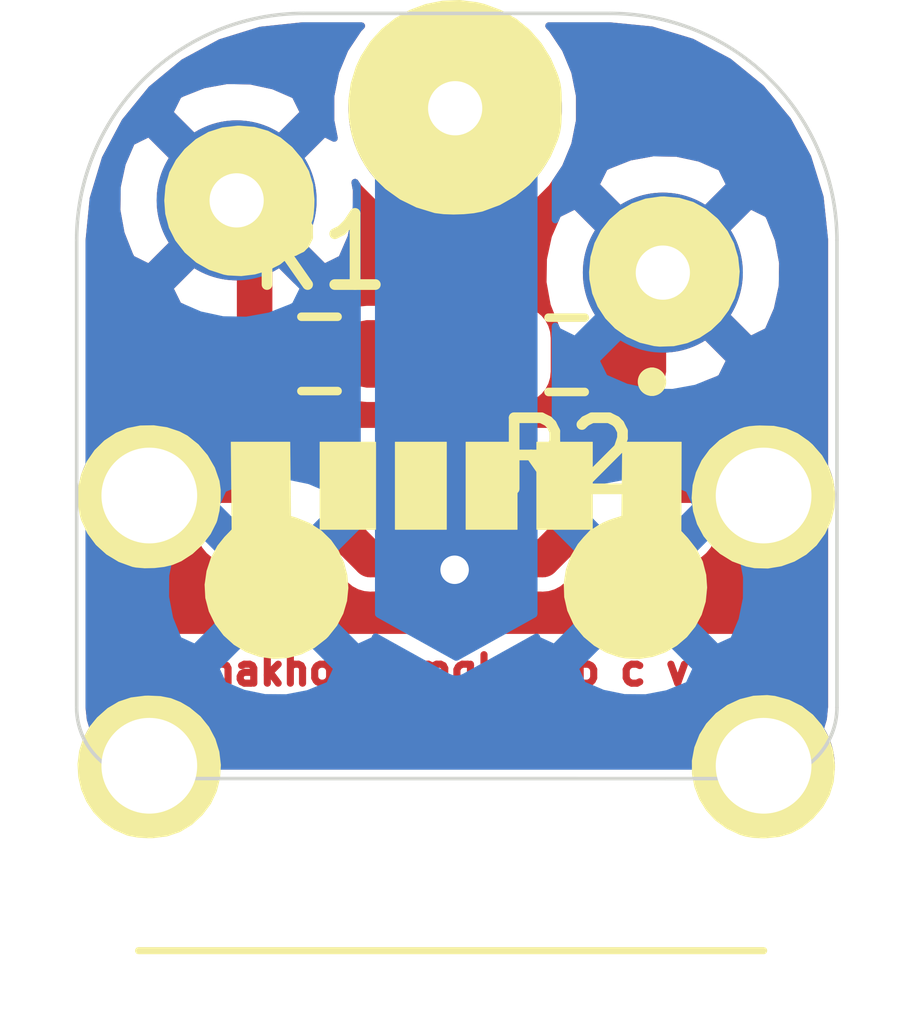
<source format=kicad_pcb>
(kicad_pcb (version 20171130) (host pcbnew "(5.1.10)-1")

  (general
    (thickness 1.6)
    (drawings 9)
    (tracks 31)
    (zones 0)
    (modules 4)
    (nets 5)
  )

  (page A4)
  (layers
    (0 F.Cu signal)
    (31 B.Cu signal)
    (32 B.Adhes user)
    (33 F.Adhes user)
    (34 B.Paste user)
    (35 F.Paste user)
    (36 B.SilkS user)
    (37 F.SilkS user)
    (38 B.Mask user)
    (39 F.Mask user)
    (40 Dwgs.User user)
    (41 Cmts.User user)
    (42 Eco1.User user)
    (43 Eco2.User user)
    (44 Edge.Cuts user)
    (45 Margin user)
    (46 B.CrtYd user)
    (47 F.CrtYd user)
    (48 B.Fab user)
    (49 F.Fab user)
  )

  (setup
    (last_trace_width 0.25)
    (user_trace_width 0.25)
    (user_trace_width 0.35)
    (user_trace_width 0.5)
    (trace_clearance 0.2)
    (zone_clearance 0.1)
    (zone_45_only no)
    (trace_min 0.2)
    (via_size 0.8)
    (via_drill 0.4)
    (via_min_size 0.4)
    (via_min_drill 0.3)
    (uvia_size 0.3)
    (uvia_drill 0.1)
    (uvias_allowed no)
    (uvia_min_size 0.2)
    (uvia_min_drill 0.1)
    (edge_width 0.05)
    (segment_width 0.2)
    (pcb_text_width 0.3)
    (pcb_text_size 1.5 1.5)
    (mod_edge_width 0.12)
    (mod_text_size 1 1)
    (mod_text_width 0.15)
    (pad_size 2 2)
    (pad_drill 1.346)
    (pad_to_mask_clearance 0)
    (aux_axis_origin 0 0)
    (visible_elements 7FFFFFFF)
    (pcbplotparams
      (layerselection 0x010f0_ffffffff)
      (usegerberextensions false)
      (usegerberattributes true)
      (usegerberadvancedattributes true)
      (creategerberjobfile true)
      (excludeedgelayer true)
      (linewidth 0.100000)
      (plotframeref false)
      (viasonmask false)
      (mode 1)
      (useauxorigin false)
      (hpglpennumber 1)
      (hpglpenspeed 20)
      (hpglpendiameter 15.000000)
      (psnegative false)
      (psa4output false)
      (plotreference true)
      (plotvalue true)
      (plotinvisibletext false)
      (padsonsilk false)
      (subtractmaskfromsilk false)
      (outputformat 1)
      (mirror false)
      (drillshape 0)
      (scaleselection 1)
      (outputdirectory "gerbers/"))
  )

  (net 0 "")
  (net 1 GND)
  (net 2 "Net-(J1-Pad1)")
  (net 3 "Net-(P1-PadA5)")
  (net 4 "Net-(P1-PadB5)")

  (net_class Default "This is the default net class."
    (clearance 0.2)
    (trace_width 0.25)
    (via_dia 0.8)
    (via_drill 0.4)
    (uvia_dia 0.3)
    (uvia_drill 0.1)
    (add_net GND)
    (add_net "Net-(J1-Pad1)")
    (add_net "Net-(P1-PadA5)")
    (add_net "Net-(P1-PadB5)")
  )

  (module Resistor_SMD:R_0603_1608Metric_Pad0.98x0.95mm_HandSolder (layer F.Cu) (tedit 5F68FEEE) (tstamp 612E26C3)
    (at 147.22158 100.46462 180)
    (descr "Resistor SMD 0603 (1608 Metric), square (rectangular) end terminal, IPC_7351 nominal with elongated pad for handsoldering. (Body size source: IPC-SM-782 page 72, https://www.pcb-3d.com/wordpress/wp-content/uploads/ipc-sm-782a_amendment_1_and_2.pdf), generated with kicad-footprint-generator")
    (tags "resistor handsolder")
    (path /612E2D1C)
    (attr smd)
    (fp_text reference R2 (at 0 -1.43) (layer F.SilkS)
      (effects (font (size 1 1) (thickness 0.15)))
    )
    (fp_text value 5.1k (at 0 1.43) (layer F.Fab)
      (effects (font (size 1 1) (thickness 0.15)))
    )
    (fp_line (start 1.65 0.73) (end -1.65 0.73) (layer F.CrtYd) (width 0.05))
    (fp_line (start 1.65 -0.73) (end 1.65 0.73) (layer F.CrtYd) (width 0.05))
    (fp_line (start -1.65 -0.73) (end 1.65 -0.73) (layer F.CrtYd) (width 0.05))
    (fp_line (start -1.65 0.73) (end -1.65 -0.73) (layer F.CrtYd) (width 0.05))
    (fp_line (start -0.254724 0.5225) (end 0.254724 0.5225) (layer F.SilkS) (width 0.12))
    (fp_line (start -0.254724 -0.5225) (end 0.254724 -0.5225) (layer F.SilkS) (width 0.12))
    (fp_line (start 0.8 0.4125) (end -0.8 0.4125) (layer F.Fab) (width 0.1))
    (fp_line (start 0.8 -0.4125) (end 0.8 0.4125) (layer F.Fab) (width 0.1))
    (fp_line (start -0.8 -0.4125) (end 0.8 -0.4125) (layer F.Fab) (width 0.1))
    (fp_line (start -0.8 0.4125) (end -0.8 -0.4125) (layer F.Fab) (width 0.1))
    (fp_text user %R (at 0 0) (layer F.Fab)
      (effects (font (size 0.4 0.4) (thickness 0.06)))
    )
    (pad 2 smd roundrect (at 0.9125 0 180) (size 0.975 0.95) (layers F.Cu F.Paste F.Mask) (roundrect_rratio 0.25)
      (net 4 "Net-(P1-PadB5)"))
    (pad 1 smd roundrect (at -0.9125 0 180) (size 0.975 0.95) (layers F.Cu F.Paste F.Mask) (roundrect_rratio 0.25)
      (net 1 GND))
    (model ${KISYS3DMOD}/Resistor_SMD.3dshapes/R_0603_1608Metric.wrl
      (at (xyz 0 0 0))
      (scale (xyz 1 1 1))
      (rotate (xyz 0 0 0))
    )
  )

  (module Resistor_SMD:R_0603_1608Metric_Pad0.98x0.95mm_HandSolder (layer F.Cu) (tedit 5F68FEEE) (tstamp 612E26B2)
    (at 143.74558 100.45192)
    (descr "Resistor SMD 0603 (1608 Metric), square (rectangular) end terminal, IPC_7351 nominal with elongated pad for handsoldering. (Body size source: IPC-SM-782 page 72, https://www.pcb-3d.com/wordpress/wp-content/uploads/ipc-sm-782a_amendment_1_and_2.pdf), generated with kicad-footprint-generator")
    (tags "resistor handsolder")
    (path /612E197C)
    (attr smd)
    (fp_text reference R1 (at 0 -1.43) (layer F.SilkS)
      (effects (font (size 1 1) (thickness 0.15)))
    )
    (fp_text value 5.1k (at 0 1.43) (layer F.Fab)
      (effects (font (size 1 1) (thickness 0.15)))
    )
    (fp_line (start 1.65 0.73) (end -1.65 0.73) (layer F.CrtYd) (width 0.05))
    (fp_line (start 1.65 -0.73) (end 1.65 0.73) (layer F.CrtYd) (width 0.05))
    (fp_line (start -1.65 -0.73) (end 1.65 -0.73) (layer F.CrtYd) (width 0.05))
    (fp_line (start -1.65 0.73) (end -1.65 -0.73) (layer F.CrtYd) (width 0.05))
    (fp_line (start -0.254724 0.5225) (end 0.254724 0.5225) (layer F.SilkS) (width 0.12))
    (fp_line (start -0.254724 -0.5225) (end 0.254724 -0.5225) (layer F.SilkS) (width 0.12))
    (fp_line (start 0.8 0.4125) (end -0.8 0.4125) (layer F.Fab) (width 0.1))
    (fp_line (start 0.8 -0.4125) (end 0.8 0.4125) (layer F.Fab) (width 0.1))
    (fp_line (start -0.8 -0.4125) (end 0.8 -0.4125) (layer F.Fab) (width 0.1))
    (fp_line (start -0.8 0.4125) (end -0.8 -0.4125) (layer F.Fab) (width 0.1))
    (fp_text user %R (at 0 0) (layer F.Fab)
      (effects (font (size 0.4 0.4) (thickness 0.06)))
    )
    (pad 2 smd roundrect (at 0.9125 0) (size 0.975 0.95) (layers F.Cu F.Paste F.Mask) (roundrect_rratio 0.25)
      (net 3 "Net-(P1-PadA5)"))
    (pad 1 smd roundrect (at -0.9125 0) (size 0.975 0.95) (layers F.Cu F.Paste F.Mask) (roundrect_rratio 0.25)
      (net 1 GND))
    (model ${KISYS3DMOD}/Resistor_SMD.3dshapes/R_0603_1608Metric.wrl
      (at (xyz 0 0 0))
      (scale (xyz 1 1 1))
      (rotate (xyz 0 0 0))
    )
  )

  (module misc_footprints:TYPEC31M17 (layer F.Cu) (tedit 612DC916) (tstamp 612E26A1)
    (at 145.67208 104.79328)
    (descr TYPE-C-31-M-17-1)
    (tags Connector)
    (path /612E31E8)
    (fp_text reference P1 (at 0 0) (layer F.SilkS) hide
      (effects (font (size 1.27 1.27) (thickness 0.254)))
    )
    (fp_text value USB_C_Plug_USB2.0 (at 0 0) (layer F.SilkS) hide
      (effects (font (size 1.27 1.27) (thickness 0.254)))
    )
    (fp_line (start -4.47 -2.75) (end 4.47 -2.75) (layer F.Fab) (width 0.2))
    (fp_line (start 4.47 -2.75) (end 4.47 4.05) (layer F.Fab) (width 0.2))
    (fp_line (start 4.47 4.05) (end -4.47 4.05) (layer F.Fab) (width 0.2))
    (fp_line (start -4.47 4.05) (end -4.47 -2.75) (layer F.Fab) (width 0.2))
    (fp_line (start -6.37 -5.05) (end 6.37 -5.05) (layer F.CrtYd) (width 0.1))
    (fp_line (start 6.37 -5.05) (end 6.37 5.05) (layer F.CrtYd) (width 0.1))
    (fp_line (start 6.37 5.05) (end -6.37 5.05) (layer F.CrtYd) (width 0.1))
    (fp_line (start -6.37 5.05) (end -6.37 -5.05) (layer F.CrtYd) (width 0.1))
    (fp_line (start -4.47 4.05) (end 4.32 4.05) (layer F.SilkS) (width 0.1))
    (fp_line (start 2.75 -3.85) (end 2.75 -3.85) (layer F.SilkS) (width 0.2))
    (fp_line (start 2.75 -4.05) (end 2.75 -4.05) (layer F.SilkS) (width 0.2))
    (fp_text user %R (at 0 0) (layer F.Fab)
      (effects (font (size 1.27 1.27) (thickness 0.254)))
    )
    (fp_arc (start 2.75 -3.95) (end 2.75 -3.85) (angle -180) (layer F.SilkS) (width 0.2))
    (fp_arc (start 2.75 -3.95) (end 2.75 -4.05) (angle -180) (layer F.SilkS) (width 0.2))
    (pad A5 smd rect (at -0.5 -2.5) (size 0.7 1.2) (layers F.Cu F.Paste F.Mask)
      (net 3 "Net-(P1-PadA5)"))
    (pad A9 smd rect (at 1.52 -2.5) (size 0.76 1.2) (layers F.Cu F.Paste F.Mask)
      (net 2 "Net-(J1-Pad1)"))
    (pad A12 smd rect (at 2.75 -2.5) (size 0.8 1.2) (layers F.Cu F.Paste F.Mask)
      (net 1 GND))
    (pad B5 smd rect (at 0.5 -2.5) (size 0.7 1.2) (layers F.Cu F.Paste F.Mask)
      (net 4 "Net-(P1-PadB5)"))
    (pad B9 smd rect (at -1.52 -2.5) (size 0.76 1.2) (layers F.Cu F.Paste F.Mask)
      (net 2 "Net-(J1-Pad1)"))
    (pad B12 smd rect (at -2.75 -2.5) (size 0.8 1.2) (layers F.Cu F.Paste F.Mask)
      (net 1 GND))
    (pad MH1 thru_hole circle (at -4.32 1.45) (size 2 2) (drill 1.346) (layers *.Cu *.Mask)
      (net 1 GND) (zone_connect 2))
    (pad MH2 thru_hole circle (at 4.32 1.45) (size 2 2) (drill 1.346) (layers *.Cu *.Mask)
      (net 1 GND) (zone_connect 2))
    (pad MH3 thru_hole circle (at 4.32 -2.35) (size 2 2) (drill 1.346) (layers *.Cu *.Mask)
      (net 1 GND) (zone_connect 2))
    (pad MH4 thru_hole circle (at -4.32 -2.35) (size 2 2) (drill 1.346) (layers *.Cu *.Mask)
      (net 1 GND) (zone_connect 2))
    (model TYPE-C-31-M-17.stp
      (at (xyz 0 0 0))
      (scale (xyz 1 1 1))
      (rotate (xyz 0 0 0))
    )
  )

  (module misc_footprints:mgb_power_pad_refs (layer F.Cu) (tedit 612DC2C6) (tstamp 612E2658)
    (at 150.12416 101.29012)
    (path /612ECAD6)
    (fp_text reference J1 (at 0 0) (layer F.SilkS) hide
      (effects (font (size 1.27 1.27) (thickness 0.15)))
    )
    (fp_text value Conn_01x05_Male (at 0 0) (layer F.SilkS) hide
      (effects (font (size 1.27 1.27) (thickness 0.15)))
    )
    (fp_poly (pts (xy -8.614792 3.978802) (xy -8.46973 4.007386) (xy -8.334582 4.061358) (xy -8.20674 4.136903)
      (xy -8.055495 4.261833) (xy -7.93552 4.410423) (xy -7.847489 4.577078) (xy -7.792074 4.756203)
      (xy -7.769947 4.942202) (xy -7.781782 5.129479) (xy -7.828251 5.312439) (xy -7.910027 5.485487)
      (xy -8.025892 5.640963) (xy -8.17661 5.779891) (xy -8.340334 5.87947) (xy -8.520734 5.941289)
      (xy -8.721481 5.966938) (xy -8.780761 5.967862) (xy -8.931738 5.958878) (xy -9.060669 5.935191)
      (xy -9.085539 5.927897) (xy -9.266795 5.849466) (xy -9.422678 5.741227) (xy -9.551921 5.608168)
      (xy -9.653262 5.45528) (xy -9.725433 5.287551) (xy -9.767172 5.10997) (xy -9.777212 4.927527)
      (xy -9.754288 4.745212) (xy -9.697137 4.568012) (xy -9.604493 4.400919) (xy -9.50388 4.277775)
      (xy -9.357086 4.147088) (xy -9.201292 4.054631) (xy -9.029733 3.997524) (xy -8.835645 3.972889)
      (xy -8.784166 3.971481) (xy -8.614792 3.978802)) (layer F.SilkS) (width 0.01))
    (fp_poly (pts (xy 0.026166 3.975815) (xy 0.226036 4.030245) (xy 0.404676 4.119183) (xy 0.55889 4.238837)
      (xy 0.68548 4.385417) (xy 0.78125 4.555128) (xy 0.843003 4.744181) (xy 0.867541 4.948782)
      (xy 0.867834 4.974167) (xy 0.849494 5.177965) (xy 0.79369 5.363156) (xy 0.699242 5.532469)
      (xy 0.564972 5.688636) (xy 0.55532 5.697938) (xy 0.409564 5.816957) (xy 0.256804 5.899561)
      (xy 0.088904 5.948885) (xy -0.102271 5.968064) (xy -0.146717 5.968554) (xy -0.275526 5.962825)
      (xy -0.384143 5.944185) (xy -0.467922 5.918743) (xy -0.65054 5.833536) (xy -0.806566 5.719161)
      (xy -0.934524 5.58053) (xy -1.032937 5.422552) (xy -1.100327 5.250141) (xy -1.135216 5.068206)
      (xy -1.136129 4.881659) (xy -1.101587 4.695412) (xy -1.030114 4.514376) (xy -0.935704 4.363554)
      (xy -0.801521 4.218585) (xy -0.642332 4.103459) (xy -0.464771 4.02085) (xy -0.275468 3.97343)
      (xy -0.081055 3.963874) (xy 0.026166 3.975815)) (layer F.SilkS) (width 0.01))
    (fp_poly (pts (xy -6.789578 0.923716) (xy -6.783916 1.445266) (xy -6.69925 1.470605) (xy -6.513059 1.546411)
      (xy -6.352611 1.651711) (xy -6.219067 1.781709) (xy -6.113592 1.93161) (xy -6.037351 2.096617)
      (xy -5.991506 2.271935) (xy -5.977222 2.452767) (xy -5.995663 2.634319) (xy -6.047992 2.811795)
      (xy -6.135374 2.980398) (xy -6.258971 3.135333) (xy -6.288209 3.164324) (xy -6.450857 3.291559)
      (xy -6.630807 3.381677) (xy -6.823255 3.433379) (xy -7.023397 3.445362) (xy -7.222645 3.417253)
      (xy -7.409717 3.350856) (xy -7.578448 3.249332) (xy -7.724359 3.117554) (xy -7.842972 2.960393)
      (xy -7.929806 2.782722) (xy -7.979706 2.593715) (xy -7.989364 2.406414) (xy -7.962229 2.21531)
      (xy -7.901408 2.030316) (xy -7.810008 1.861347) (xy -7.711949 1.73913) (xy -7.609416 1.63277)
      (xy -7.615028 1.017468) (xy -7.620639 0.402167) (xy -6.795239 0.402167) (xy -6.789578 0.923716)) (layer F.SilkS) (width 0.01))
    (fp_poly (pts (xy -2.54 1.630434) (xy -2.456815 1.575385) (xy -2.387938 1.537483) (xy -2.301985 1.500269)
      (xy -2.25044 1.482231) (xy -2.12725 1.444126) (xy -2.121588 0.923147) (xy -2.115927 0.402167)
      (xy -1.290006 0.402167) (xy -1.291798 1.028385) (xy -1.293589 1.654603) (xy -1.20094 1.753653)
      (xy -1.076853 1.912047) (xy -0.991888 2.082011) (xy -0.944124 2.268487) (xy -0.931333 2.446968)
      (xy -0.951074 2.64498) (xy -1.007498 2.828713) (xy -1.096404 2.994874) (xy -1.213594 3.140174)
      (xy -1.354866 3.26132) (xy -1.516022 3.355022) (xy -1.692861 3.417988) (xy -1.881183 3.446927)
      (xy -2.07679 3.438548) (xy -2.173068 3.420055) (xy -2.346394 3.358234) (xy -2.511644 3.262129)
      (xy -2.65879 3.139161) (xy -2.777803 2.996755) (xy -2.806682 2.951077) (xy -2.888334 2.771433)
      (xy -2.931962 2.581078) (xy -2.938319 2.386287) (xy -2.908156 2.193337) (xy -2.842227 2.008501)
      (xy -2.741284 1.838054) (xy -2.661778 1.742708) (xy -2.555026 1.629834) (xy -3.323166 1.629834)
      (xy -3.323166 0.402167) (xy -2.54 0.402167) (xy -2.54 1.630434)) (layer F.SilkS) (width 0.01))
    (fp_poly (pts (xy -8.522128 0.198419) (xy -8.346963 0.256834) (xy -8.235955 0.316139) (xy -8.083641 0.437915)
      (xy -7.954407 0.589767) (xy -7.854395 0.762976) (xy -7.789748 0.948819) (xy -7.789446 0.950095)
      (xy -7.772839 1.074834) (xy -7.773402 1.219918) (xy -7.78985 1.367593) (xy -7.820894 1.500107)
      (xy -7.831566 1.530863) (xy -7.913355 1.692831) (xy -8.027942 1.842316) (xy -8.167111 1.971376)
      (xy -8.322644 2.072067) (xy -8.4455 2.124326) (xy -8.562518 2.15214) (xy -8.698957 2.168076)
      (xy -8.83776 2.171316) (xy -8.961873 2.161042) (xy -9.009901 2.151408) (xy -9.200924 2.081994)
      (xy -9.372227 1.978366) (xy -9.519268 1.844985) (xy -9.637502 1.686312) (xy -9.722388 1.506809)
      (xy -9.746553 1.42801) (xy -9.777307 1.230995) (xy -9.769068 1.036334) (xy -9.724629 0.849122)
      (xy -9.64678 0.674451) (xy -9.538314 0.517413) (xy -9.402022 0.383102) (xy -9.240695 0.276611)
      (xy -9.078575 0.209435) (xy -8.899239 0.173288) (xy -8.709988 0.170093) (xy -8.522128 0.198419)) (layer F.SilkS) (width 0.01))
    (fp_poly (pts (xy 0.011235 0.178355) (xy 0.186411 0.214065) (xy 0.345083 0.282798) (xy 0.495162 0.387398)
      (xy 0.554445 0.439811) (xy 0.686562 0.590753) (xy 0.783349 0.759855) (xy 0.844604 0.941645)
      (xy 0.870119 1.130651) (xy 0.859692 1.3214) (xy 0.813115 1.508421) (xy 0.730184 1.686243)
      (xy 0.610695 1.849391) (xy 0.607415 1.853038) (xy 0.465832 1.979673) (xy 0.300244 2.077067)
      (xy 0.118636 2.142832) (xy -0.071003 2.174581) (xy -0.260688 2.169925) (xy -0.376643 2.147218)
      (xy -0.571521 2.075147) (xy -0.742181 1.969427) (xy -0.844321 1.879406) (xy -0.972495 1.723704)
      (xy -1.06389 1.55361) (xy -1.119385 1.374073) (xy -1.139856 1.190045) (xy -1.126181 1.006475)
      (xy -1.079237 0.828313) (xy -0.999903 0.660508) (xy -0.889056 0.508012) (xy -0.747574 0.375774)
      (xy -0.576333 0.268744) (xy -0.557109 0.259382) (xy -0.472075 0.221055) (xy -0.402594 0.196873)
      (xy -0.332129 0.182954) (xy -0.244146 0.175416) (xy -0.188355 0.172825) (xy 0.011235 0.178355)) (layer F.SilkS) (width 0.01))
    (fp_poly (pts (xy -5.588 1.629834) (xy -6.371166 1.629834) (xy -6.371166 0.402167) (xy -5.588 0.402167)
      (xy -5.588 1.629834)) (layer F.SilkS) (width 0.01))
    (fp_poly (pts (xy -4.593166 1.629834) (xy -5.312833 1.629834) (xy -5.312833 0.402167) (xy -4.593166 0.402167)
      (xy -4.593166 1.629834)) (layer F.SilkS) (width 0.01))
    (fp_poly (pts (xy -3.598333 1.629834) (xy -4.318 1.629834) (xy -4.318 0.402167) (xy -3.598333 0.402167)
      (xy -3.598333 1.629834)) (layer F.SilkS) (width 0.01))
    (fp_poly (pts (xy -1.318622 -3.028344) (xy -1.122324 -2.969943) (xy -0.943936 -2.873644) (xy -0.785439 -2.740298)
      (xy -0.76663 -2.720534) (xy -0.641282 -2.561635) (xy -0.552677 -2.39134) (xy -0.49523 -2.198899)
      (xy -0.49496 -2.197619) (xy -0.473215 -1.99845) (xy -0.490177 -1.805729) (xy -0.542306 -1.623199)
      (xy -0.62606 -1.454601) (xy -0.737901 -1.303679) (xy -0.874288 -1.174175) (xy -1.031681 -1.069832)
      (xy -1.20654 -0.994393) (xy -1.395324 -0.9516) (xy -1.594493 -0.945195) (xy -1.672166 -0.953082)
      (xy -1.87334 -1.001147) (xy -2.056605 -1.084532) (xy -2.218334 -1.199108) (xy -2.354899 -1.340747)
      (xy -2.462672 -1.505319) (xy -2.538025 -1.688697) (xy -2.577331 -1.886751) (xy -2.582333 -1.988893)
      (xy -2.562759 -2.199805) (xy -2.506318 -2.395128) (xy -2.416431 -2.571414) (xy -2.296519 -2.725219)
      (xy -2.150002 -2.853097) (xy -1.980301 -2.951603) (xy -1.790837 -3.01729) (xy -1.58503 -3.046714)
      (xy -1.530851 -3.048) (xy -1.318622 -3.028344)) (layer F.SilkS) (width 0.01))
    (fp_poly (pts (xy -7.293114 -4.024926) (xy -7.102634 -3.970307) (xy -6.928864 -3.87763) (xy -6.768525 -3.745551)
      (xy -6.760973 -3.738059) (xy -6.625851 -3.577922) (xy -6.530733 -3.406233) (xy -6.473983 -3.219069)
      (xy -6.453965 -3.012507) (xy -6.453899 -3.00164) (xy -6.456547 -2.904564) (xy -6.463908 -2.812063)
      (xy -6.474529 -2.740998) (xy -6.477374 -2.729111) (xy -6.545425 -2.550777) (xy -6.648149 -2.38053)
      (xy -6.777948 -2.228709) (xy -6.927222 -2.105657) (xy -6.94329 -2.0951) (xy -7.105544 -2.013672)
      (xy -7.288526 -1.960348) (xy -7.479451 -1.937364) (xy -7.665536 -1.946958) (xy -7.725833 -1.958129)
      (xy -7.928222 -2.024419) (xy -8.109991 -2.127292) (xy -8.269031 -2.265261) (xy -8.40233 -2.435439)
      (xy -8.491174 -2.611723) (xy -8.542667 -2.807626) (xy -8.555854 -2.980753) (xy -7.571075 -2.980753)
      (xy -7.555523 -2.951572) (xy -7.513241 -2.92644) (xy -7.468233 -2.939726) (xy -7.442711 -2.968228)
      (xy -7.432141 -3.005692) (xy -7.454676 -3.039914) (xy -7.498114 -3.062124) (xy -7.539283 -3.053282)
      (xy -7.567248 -3.022965) (xy -7.571075 -2.980753) (xy -8.555854 -2.980753) (xy -8.556946 -2.995083)
      (xy -8.539367 -3.202864) (xy -8.485716 -3.390591) (xy -8.393988 -3.563349) (xy -8.272553 -3.715244)
      (xy -8.115453 -3.853813) (xy -7.93896 -3.954884) (xy -7.744265 -4.017947) (xy -7.532558 -4.042497)
      (xy -7.503583 -4.042833) (xy -7.293114 -4.024926)) (layer F.SilkS) (width 0.01))
    (fp_poly (pts (xy -4.165045 -5.780019) (xy -4.059841 -5.754758) (xy -3.825275 -5.668515) (xy -3.612412 -5.546943)
      (xy -3.423762 -5.392441) (xy -3.261834 -5.207413) (xy -3.129137 -4.99426) (xy -3.034228 -4.773083)
      (xy -3.010214 -4.700384) (xy -2.993775 -4.637482) (xy -2.983516 -4.573273) (xy -2.978045 -4.496652)
      (xy -2.975967 -4.396514) (xy -2.975783 -4.307416) (xy -2.976829 -4.182194) (xy -2.980446 -4.08807)
      (xy -2.987985 -4.013829) (xy -3.000793 -3.948253) (xy -3.02022 -3.880126) (xy -3.031213 -3.846448)
      (xy -3.131159 -3.611844) (xy -3.265051 -3.400847) (xy -3.43002 -3.216156) (xy -3.623201 -3.060475)
      (xy -3.841725 -2.936505) (xy -4.082726 -2.846947) (xy -4.09575 -2.843301) (xy -4.208586 -2.821201)
      (xy -4.34621 -2.807625) (xy -4.492721 -2.803005) (xy -4.632219 -2.807772) (xy -4.748803 -2.822356)
      (xy -4.7625 -2.825231) (xy -5.014129 -2.90192) (xy -5.243002 -3.014003) (xy -5.448191 -3.160946)
      (xy -5.593945 -3.302444) (xy -5.738967 -3.493337) (xy -5.849487 -3.704298) (xy -5.924886 -3.930014)
      (xy -5.964542 -4.16517) (xy -5.965915 -4.264959) (xy -4.828112 -4.264959) (xy -4.800207 -4.163137)
      (xy -4.745674 -4.07351) (xy -4.669449 -4.001955) (xy -4.576468 -3.954349) (xy -4.471666 -3.936569)
      (xy -4.359977 -3.954492) (xy -4.345836 -3.959513) (xy -4.245301 -4.017451) (xy -4.171242 -4.100145)
      (xy -4.125221 -4.199285) (xy -4.108798 -4.306562) (xy -4.123535 -4.413666) (xy -4.170994 -4.512287)
      (xy -4.229917 -4.576461) (xy -4.336473 -4.641984) (xy -4.449039 -4.66924) (xy -4.560281 -4.659482)
      (xy -4.662866 -4.613964) (xy -4.74946 -4.53394) (xy -4.784302 -4.481676) (xy -4.824456 -4.373098)
      (xy -4.828112 -4.264959) (xy -5.965915 -4.264959) (xy -5.967836 -4.404454) (xy -5.934146 -4.642553)
      (xy -5.862853 -4.874153) (xy -5.794673 -5.021292) (xy -5.661671 -5.228118) (xy -5.499991 -5.406533)
      (xy -5.313871 -5.554743) (xy -5.107552 -5.670958) (xy -4.88527 -5.753386) (xy -4.651266 -5.800233)
      (xy -4.409778 -5.809708) (xy -4.165045 -5.780019)) (layer F.SilkS) (width 0.01))
    (pad 2 thru_hole circle (at -7.5438 -2.9972) (size 2.25 2.25) (drill 0.762) (layers *.Cu *.Mask)
      (net 1 GND))
    (pad 4 smd circle (at -6.985 2.4384) (size 2 2) (layers B.Cu B.Paste B.Mask)
      (net 1 GND))
    (pad 5 smd circle (at -1.9304 2.4384) (size 2 2) (layers B.Cu B.Paste B.Mask)
      (net 1 GND))
    (pad 3 thru_hole circle (at -1.5494 -1.9812) (size 2.25 2.25) (drill 0.762) (layers *.Cu *.Mask)
      (net 1 GND))
    (pad 1 thru_hole circle (at -4.4704 -4.2926) (size 3 3) (drill 0.762) (layers *.Cu *.Mask)
      (net 2 "Net-(J1-Pad1)"))
  )

  (gr_text "makho - mgb usb c v1" (at 145.669 104.902) (layer F.Cu)
    (effects (font (size 0.4 0.4) (thickness 0.1)))
  )
  (gr_arc (start 141.32992 105.4227) (end 140.32992 105.4227) (angle -90) (layer Edge.Cuts) (width 0.05) (tstamp 612E3109))
  (gr_arc (start 150.02332 105.42346) (end 150.02332 106.42346) (angle -90) (layer Edge.Cuts) (width 0.05))
  (gr_line (start 143.52016 95.66402) (end 147.83308 95.66402) (layer Edge.Cuts) (width 0.05) (tstamp 612E30D3))
  (gr_arc (start 143.52016 98.85426) (end 143.52016 95.66402) (angle -90) (layer Edge.Cuts) (width 0.05) (tstamp 612E30CF))
  (gr_arc (start 147.83308 98.85426) (end 151.02332 98.85426) (angle -90) (layer Edge.Cuts) (width 0.05))
  (gr_line (start 140.32992 105.4227) (end 140.32992 98.85426) (layer Edge.Cuts) (width 0.05) (tstamp 612E30BC))
  (gr_line (start 151.02332 105.42346) (end 151.02332 98.85426) (layer Edge.Cuts) (width 0.05))
  (gr_line (start 141.32992 106.4227) (end 150.02332 106.42346) (layer Edge.Cuts) (width 0.05))

  (segment (start 149.84208 102.29328) (end 149.99208 102.44328) (width 0.5) (layer F.Cu) (net 1))
  (segment (start 148.42208 102.29328) (end 149.84208 102.29328) (width 0.5) (layer F.Cu) (net 1))
  (segment (start 141.50208 102.29328) (end 141.35208 102.44328) (width 0.5) (layer F.Cu) (net 1))
  (segment (start 142.92208 102.29328) (end 141.50208 102.29328) (width 0.5) (layer F.Cu) (net 1))
  (segment (start 142.92208 100.54092) (end 142.83308 100.45192) (width 0.5) (layer F.Cu) (net 1))
  (segment (start 142.92208 102.29328) (end 142.92208 100.54092) (width 0.5) (layer F.Cu) (net 1))
  (segment (start 142.83308 98.54564) (end 142.58036 98.29292) (width 0.5) (layer F.Cu) (net 1))
  (segment (start 142.83308 100.45192) (end 142.83308 98.54564) (width 0.5) (layer F.Cu) (net 1))
  (segment (start 148.57476 100.02394) (end 148.13408 100.46462) (width 0.5) (layer F.Cu) (net 1))
  (segment (start 148.57476 99.30892) (end 148.57476 100.02394) (width 0.5) (layer F.Cu) (net 1))
  (segment (start 148.13408 102.00528) (end 148.42208 102.29328) (width 0.5) (layer F.Cu) (net 1))
  (segment (start 148.13408 100.46462) (end 148.13408 102.00528) (width 0.5) (layer F.Cu) (net 1))
  (segment (start 148.19376 99.68992) (end 148.57476 99.30892) (width 0.5) (layer B.Cu) (net 1))
  (segment (start 143.13916 98.85172) (end 142.58036 98.29292) (width 0.5) (layer B.Cu) (net 1))
  (segment (start 143.13916 103.72852) (end 143.13916 104.4562) (width 0.5) (layer B.Cu) (net 1))
  (segment (start 148.19376 103.72852) (end 148.19376 104.44496) (width 0.5) (layer B.Cu) (net 1))
  (segment (start 144.15208 103.033282) (end 144.15208 102.29328) (width 0.5) (layer F.Cu) (net 2))
  (segment (start 144.462079 103.343281) (end 144.15208 103.033282) (width 0.5) (layer F.Cu) (net 2))
  (segment (start 147.19208 103.033282) (end 146.882081 103.343281) (width 0.5) (layer F.Cu) (net 2))
  (segment (start 147.19208 102.29328) (end 147.19208 103.033282) (width 0.5) (layer F.Cu) (net 2))
  (segment (start 145.502201 103.343281) (end 145.64614 103.48722) (width 0.5) (layer F.Cu) (net 2))
  (segment (start 145.441241 103.343281) (end 145.502201 103.343281) (width 0.5) (layer F.Cu) (net 2))
  (via (at 145.64614 103.48722) (size 0.8) (drill 0.4) (layers F.Cu B.Cu) (net 2))
  (segment (start 146.882081 103.343281) (end 145.441241 103.343281) (width 0.5) (layer F.Cu) (net 2))
  (segment (start 145.441241 103.343281) (end 144.462079 103.343281) (width 0.5) (layer F.Cu) (net 2))
  (segment (start 145.64614 97.00514) (end 145.65376 96.99752) (width 0.5) (layer B.Cu) (net 2))
  (segment (start 145.64614 103.48722) (end 145.64614 97.00514) (width 0.5) (layer B.Cu) (net 2))
  (segment (start 145.17208 100.96592) (end 144.65808 100.45192) (width 0.5) (layer F.Cu) (net 3))
  (segment (start 145.17208 102.29328) (end 145.17208 100.96592) (width 0.5) (layer F.Cu) (net 3))
  (segment (start 146.17208 100.60162) (end 146.30908 100.46462) (width 0.5) (layer F.Cu) (net 4))
  (segment (start 146.17208 102.29328) (end 146.17208 100.60162) (width 0.5) (layer F.Cu) (net 4))

  (zone (net 1) (net_name GND) (layer B.Cu) (tstamp 612E345B) (hatch edge 0.508)
    (connect_pads (clearance 0.1))
    (min_thickness 0.1)
    (fill yes (arc_segments 32) (thermal_gap 0.508) (thermal_bridge_width 0.508))
    (polygon
      (pts
        (xy 151.13 106.426) (xy 140.335 106.426) (xy 140.335 95.631) (xy 151.003 95.758)
      )
    )
    (filled_polygon
      (pts
        (xy 144.294446 95.88196) (xy 144.10293 96.168584) (xy 143.971011 96.487064) (xy 143.90376 96.82516) (xy 143.90376 97.16988)
        (xy 143.953363 97.419255) (xy 143.812263 97.349517) (xy 142.86886 98.29292) (xy 143.812263 99.236323) (xy 144.058442 99.114651)
        (xy 144.190352 98.810502) (xy 144.260392 98.486462) (xy 144.265869 98.154985) (xy 144.244722 98.038663) (xy 144.276 98.085474)
        (xy 144.276 102.88018) (xy 143.42766 103.72852) (xy 144.2814 104.58226) (xy 144.514816 104.475835) (xy 144.533986 104.430426)
        (xy 145.547589 104.993539) (xy 145.60032 105.015381) (xy 145.648535 105.024161) (xy 145.697538 105.023366) (xy 145.745443 105.013026)
        (xy 145.790411 104.993539) (xy 146.011413 104.87076) (xy 147.34002 104.87076) (xy 147.446445 105.104176) (xy 147.729182 105.223537)
        (xy 148.029771 105.285445) (xy 148.336663 105.287522) (xy 148.638064 105.229687) (xy 148.92239 105.114163) (xy 148.941075 105.104176)
        (xy 149.0475 104.87076) (xy 148.19376 104.01702) (xy 147.34002 104.87076) (xy 146.011413 104.87076) (xy 146.798503 104.433488)
        (xy 146.808117 104.45715) (xy 146.818104 104.475835) (xy 147.05152 104.58226) (xy 147.90526 103.72852) (xy 148.48226 103.72852)
        (xy 149.336 104.58226) (xy 149.569416 104.475835) (xy 149.688777 104.193098) (xy 149.750685 103.892509) (xy 149.752762 103.585617)
        (xy 149.694927 103.284216) (xy 149.579403 102.99989) (xy 149.569416 102.981205) (xy 149.336 102.87478) (xy 148.48226 103.72852)
        (xy 147.90526 103.72852) (xy 147.062 102.88526) (xy 147.062 102.58628) (xy 147.34002 102.58628) (xy 148.19376 103.44002)
        (xy 149.0475 102.58628) (xy 148.941075 102.352864) (xy 148.658338 102.233503) (xy 148.357749 102.171595) (xy 148.050857 102.169518)
        (xy 147.749456 102.227353) (xy 147.46513 102.342877) (xy 147.446445 102.352864) (xy 147.34002 102.58628) (xy 147.062 102.58628)
        (xy 147.062 100.540823) (xy 147.631357 100.540823) (xy 147.753029 100.787002) (xy 148.057178 100.918912) (xy 148.381218 100.988952)
        (xy 148.712695 100.994429) (xy 149.03887 100.935132) (xy 149.347211 100.813341) (xy 149.396491 100.787002) (xy 149.518163 100.540823)
        (xy 148.57476 99.59742) (xy 147.631357 100.540823) (xy 147.062 100.540823) (xy 147.062 100.060259) (xy 147.070339 100.081371)
        (xy 147.096678 100.130651) (xy 147.342857 100.252323) (xy 148.28626 99.30892) (xy 148.86326 99.30892) (xy 149.806663 100.252323)
        (xy 150.052842 100.130651) (xy 150.184752 99.826502) (xy 150.254792 99.502462) (xy 150.260269 99.170985) (xy 150.200972 98.84481)
        (xy 150.079181 98.536469) (xy 150.052842 98.487189) (xy 149.806663 98.365517) (xy 148.86326 99.30892) (xy 148.28626 99.30892)
        (xy 147.342857 98.365517) (xy 147.096678 98.487189) (xy 147.062 98.567147) (xy 147.062 98.077017) (xy 147.631357 98.077017)
        (xy 148.57476 99.02042) (xy 149.518163 98.077017) (xy 149.396491 97.830838) (xy 149.092342 97.698928) (xy 148.768302 97.628888)
        (xy 148.436825 97.623411) (xy 148.11065 97.682708) (xy 147.802309 97.804499) (xy 147.753029 97.830838) (xy 147.631357 98.077017)
        (xy 147.062 98.077017) (xy 147.062 98.039857) (xy 147.20459 97.826456) (xy 147.336509 97.507976) (xy 147.40376 97.16988)
        (xy 147.40376 96.82516) (xy 147.336509 96.487064) (xy 147.20459 96.168584) (xy 147.013074 95.88196) (xy 146.970134 95.83902)
        (xy 147.824519 95.83902) (xy 148.418581 95.897269) (xy 148.981779 96.067307) (xy 149.501225 96.343502) (xy 149.957129 96.715328)
        (xy 150.332135 97.168633) (xy 150.611944 97.686128) (xy 150.785913 98.248134) (xy 150.848274 98.841461) (xy 150.848321 98.854873)
        (xy 150.84832 105.414899) (xy 150.831784 105.58354) (xy 150.785295 105.737521) (xy 150.70978 105.879545) (xy 150.608121 106.004191)
        (xy 150.484186 106.10672) (xy 150.342696 106.183223) (xy 150.189038 106.230788) (xy 150.020903 106.24846) (xy 141.338496 106.247701)
        (xy 141.16984 106.231164) (xy 141.015859 106.184675) (xy 140.873835 106.10916) (xy 140.749189 106.007501) (xy 140.64666 105.883566)
        (xy 140.570157 105.742076) (xy 140.522592 105.588418) (xy 140.50492 105.420284) (xy 140.50492 104.87076) (xy 142.28542 104.87076)
        (xy 142.391845 105.104176) (xy 142.674582 105.223537) (xy 142.975171 105.285445) (xy 143.282063 105.287522) (xy 143.583464 105.229687)
        (xy 143.86779 105.114163) (xy 143.886475 105.104176) (xy 143.9929 104.87076) (xy 143.13916 104.01702) (xy 142.28542 104.87076)
        (xy 140.50492 104.87076) (xy 140.50492 103.871423) (xy 141.580158 103.871423) (xy 141.637993 104.172824) (xy 141.753517 104.45715)
        (xy 141.763504 104.475835) (xy 141.99692 104.58226) (xy 142.85066 103.72852) (xy 141.99692 102.87478) (xy 141.763504 102.981205)
        (xy 141.644143 103.263942) (xy 141.582235 103.564531) (xy 141.580158 103.871423) (xy 140.50492 103.871423) (xy 140.50492 102.58628)
        (xy 142.28542 102.58628) (xy 143.13916 103.44002) (xy 143.9929 102.58628) (xy 143.886475 102.352864) (xy 143.603738 102.233503)
        (xy 143.303149 102.171595) (xy 142.996257 102.169518) (xy 142.694856 102.227353) (xy 142.41053 102.342877) (xy 142.391845 102.352864)
        (xy 142.28542 102.58628) (xy 140.50492 102.58628) (xy 140.50492 99.524823) (xy 141.636957 99.524823) (xy 141.758629 99.771002)
        (xy 142.062778 99.902912) (xy 142.386818 99.972952) (xy 142.718295 99.978429) (xy 143.04447 99.919132) (xy 143.352811 99.797341)
        (xy 143.402091 99.771002) (xy 143.523763 99.524823) (xy 142.58036 98.58142) (xy 141.636957 99.524823) (xy 140.50492 99.524823)
        (xy 140.50492 98.862821) (xy 140.547275 98.430855) (xy 140.894851 98.430855) (xy 140.954148 98.75703) (xy 141.075939 99.065371)
        (xy 141.102278 99.114651) (xy 141.348457 99.236323) (xy 142.29186 98.29292) (xy 141.348457 97.349517) (xy 141.102278 97.471189)
        (xy 140.970368 97.775338) (xy 140.900328 98.099378) (xy 140.894851 98.430855) (xy 140.547275 98.430855) (xy 140.563169 98.268759)
        (xy 140.733207 97.705561) (xy 141.009402 97.186115) (xy 141.111429 97.061017) (xy 141.636957 97.061017) (xy 142.58036 98.00442)
        (xy 143.523763 97.061017) (xy 143.402091 96.814838) (xy 143.097942 96.682928) (xy 142.773902 96.612888) (xy 142.442425 96.607411)
        (xy 142.11625 96.666708) (xy 141.807909 96.788499) (xy 141.758629 96.814838) (xy 141.636957 97.061017) (xy 141.111429 97.061017)
        (xy 141.381228 96.730211) (xy 141.834533 96.355205) (xy 142.352028 96.075396) (xy 142.914034 95.901427) (xy 143.507361 95.839066)
        (xy 143.520487 95.83902) (xy 144.337386 95.83902)
      )
    )
  )
  (zone (net 2) (net_name "Net-(J1-Pad1)") (layer B.Cu) (tstamp 612E3458) (hatch edge 0.508)
    (priority 1)
    (connect_pads yes (clearance 0.1))
    (min_thickness 0.1)
    (fill yes (arc_segments 32) (thermal_gap 0.508) (thermal_bridge_width 0.508))
    (polygon
      (pts
        (xy 146.812 104.14) (xy 145.669 104.775) (xy 144.526 104.14) (xy 144.526 96.266) (xy 146.812 96.266)
      )
    )
    (filled_polygon
      (pts
        (xy 146.762 104.11058) (xy 145.669 104.717802) (xy 144.576 104.11058) (xy 144.576 96.316) (xy 146.762 96.316)
      )
    )
  )
  (zone (net 1) (net_name GND) (layer F.Cu) (tstamp 612E3455) (hatch edge 0.508)
    (priority 1)
    (connect_pads (clearance 0.1))
    (min_thickness 0.1)
    (fill yes (arc_segments 32) (thermal_gap 0.508) (thermal_bridge_width 0.508))
    (polygon
      (pts
        (xy 151.003 95.758) (xy 151.13 106.426) (xy 140.335 106.426) (xy 140.335 95.631)
      )
    )
    (filled_polygon
      (pts
        (xy 144.294446 95.88196) (xy 144.10293 96.168584) (xy 143.971011 96.487064) (xy 143.90376 96.82516) (xy 143.90376 97.16988)
        (xy 143.953363 97.419255) (xy 143.812263 97.349517) (xy 142.86886 98.29292) (xy 143.812263 99.236323) (xy 144.058442 99.114651)
        (xy 144.190352 98.810502) (xy 144.260392 98.486462) (xy 144.265869 98.154985) (xy 144.244722 98.038663) (xy 144.294446 98.11308)
        (xy 144.5382 98.356834) (xy 144.824824 98.54835) (xy 145.143304 98.680269) (xy 145.4814 98.74752) (xy 145.82612 98.74752)
        (xy 146.164216 98.680269) (xy 146.482696 98.54835) (xy 146.76932 98.356834) (xy 147.013074 98.11308) (xy 147.03717 98.077017)
        (xy 147.631357 98.077017) (xy 148.57476 99.02042) (xy 149.518163 98.077017) (xy 149.396491 97.830838) (xy 149.092342 97.698928)
        (xy 148.768302 97.628888) (xy 148.436825 97.623411) (xy 148.11065 97.682708) (xy 147.802309 97.804499) (xy 147.753029 97.830838)
        (xy 147.631357 98.077017) (xy 147.03717 98.077017) (xy 147.20459 97.826456) (xy 147.336509 97.507976) (xy 147.40376 97.16988)
        (xy 147.40376 96.82516) (xy 147.336509 96.487064) (xy 147.20459 96.168584) (xy 147.013074 95.88196) (xy 146.970134 95.83902)
        (xy 147.824519 95.83902) (xy 148.418581 95.897269) (xy 148.981779 96.067307) (xy 149.501225 96.343502) (xy 149.957129 96.715328)
        (xy 150.332135 97.168633) (xy 150.611944 97.686128) (xy 150.785913 98.248134) (xy 150.848274 98.841461) (xy 150.848321 98.854873)
        (xy 150.84832 105.414899) (xy 150.831784 105.58354) (xy 150.785295 105.737521) (xy 150.70978 105.879545) (xy 150.608121 106.004191)
        (xy 150.484186 106.10672) (xy 150.342696 106.183223) (xy 150.189038 106.230788) (xy 150.020903 106.24846) (xy 141.338496 106.247701)
        (xy 141.16984 106.231164) (xy 141.015859 106.184675) (xy 140.873835 106.10916) (xy 140.749189 106.007501) (xy 140.64666 105.883566)
        (xy 140.570157 105.742076) (xy 140.522592 105.588418) (xy 140.50492 105.420284) (xy 140.50492 104.339) (xy 141.721381 104.339)
        (xy 141.721381 105.539) (xy 149.616619 105.539) (xy 149.616619 104.339) (xy 141.721381 104.339) (xy 140.50492 104.339)
        (xy 140.50492 102.89328) (xy 141.96138 102.89328) (xy 141.972154 103.002667) (xy 142.004061 103.107851) (xy 142.055875 103.204788)
        (xy 142.125605 103.289755) (xy 142.210572 103.359485) (xy 142.307509 103.411299) (xy 142.412693 103.443206) (xy 142.52208 103.45398)
        (xy 142.57858 103.45128) (xy 142.71808 103.31178) (xy 142.71808 102.49728) (xy 142.10358 102.49728) (xy 141.96408 102.63678)
        (xy 141.96138 102.89328) (xy 140.50492 102.89328) (xy 140.50492 100.92692) (xy 141.78488 100.92692) (xy 141.795654 101.036307)
        (xy 141.827561 101.141491) (xy 141.879375 101.238428) (xy 141.949105 101.323395) (xy 142.034072 101.393125) (xy 142.04631 101.399666)
        (xy 142.004061 101.478709) (xy 141.972154 101.583893) (xy 141.96138 101.69328) (xy 141.96408 101.94978) (xy 142.10358 102.08928)
        (xy 142.71808 102.08928) (xy 142.71808 101.27478) (xy 142.62908 101.18578) (xy 142.62908 100.65592) (xy 143.03708 100.65592)
        (xy 143.03708 101.34542) (xy 143.12608 101.43442) (xy 143.12608 102.08928) (xy 143.14608 102.08928) (xy 143.14608 102.49728)
        (xy 143.12608 102.49728) (xy 143.12608 103.31178) (xy 143.26558 103.45128) (xy 143.32208 103.45398) (xy 143.431467 103.443206)
        (xy 143.536651 103.411299) (xy 143.633588 103.359485) (xy 143.718555 103.289755) (xy 143.720777 103.287047) (xy 143.734334 103.312411)
        (xy 143.796816 103.388546) (xy 143.815904 103.404211) (xy 144.091154 103.679462) (xy 144.106815 103.698545) (xy 144.18295 103.761027)
        (xy 144.269812 103.807456) (xy 144.364062 103.836046) (xy 144.462079 103.8457) (xy 144.486639 103.843281) (xy 145.102304 103.843281)
        (xy 145.141252 103.901571) (xy 145.231789 103.992108) (xy 145.33825 104.063242) (xy 145.456542 104.112241) (xy 145.582121 104.13722)
        (xy 145.710159 104.13722) (xy 145.835738 104.112241) (xy 145.95403 104.063242) (xy 146.060491 103.992108) (xy 146.151028 103.901571)
        (xy 146.189976 103.843281) (xy 146.857521 103.843281) (xy 146.882081 103.8457) (xy 146.906641 103.843281) (xy 146.980098 103.836046)
        (xy 147.074348 103.807456) (xy 147.16121 103.761027) (xy 147.237345 103.698545) (xy 147.25301 103.679457) (xy 147.528261 103.404207)
        (xy 147.547344 103.388546) (xy 147.609826 103.312411) (xy 147.623383 103.287048) (xy 147.625605 103.289755) (xy 147.710572 103.359485)
        (xy 147.807509 103.411299) (xy 147.912693 103.443206) (xy 148.02208 103.45398) (xy 148.07858 103.45128) (xy 148.21808 103.31178)
        (xy 148.21808 102.49728) (xy 148.62608 102.49728) (xy 148.62608 103.31178) (xy 148.76558 103.45128) (xy 148.82208 103.45398)
        (xy 148.931467 103.443206) (xy 149.036651 103.411299) (xy 149.133588 103.359485) (xy 149.218555 103.289755) (xy 149.288285 103.204788)
        (xy 149.340099 103.107851) (xy 149.372006 103.002667) (xy 149.38278 102.89328) (xy 149.38008 102.63678) (xy 149.24058 102.49728)
        (xy 148.62608 102.49728) (xy 148.21808 102.49728) (xy 148.19808 102.49728) (xy 148.19808 102.08928) (xy 148.21808 102.08928)
        (xy 148.21808 102.06928) (xy 148.62608 102.06928) (xy 148.62608 102.08928) (xy 149.24058 102.08928) (xy 149.38008 101.94978)
        (xy 149.38278 101.69328) (xy 149.372006 101.583893) (xy 149.340099 101.478709) (xy 149.288285 101.381772) (xy 149.218555 101.296805)
        (xy 149.133588 101.227075) (xy 149.107963 101.213378) (xy 149.139599 101.154191) (xy 149.171506 101.049007) (xy 149.18228 100.93962)
        (xy 149.181035 100.878979) (xy 149.347211 100.813341) (xy 149.396491 100.787002) (xy 149.518163 100.540823) (xy 149.13902 100.16168)
        (xy 149.17958 100.12112) (xy 149.18228 99.98962) (xy 149.171506 99.880233) (xy 149.139599 99.775049) (xy 149.087785 99.678112)
        (xy 149.018055 99.593145) (xy 148.933088 99.523415) (xy 148.836151 99.471601) (xy 148.730967 99.439694) (xy 148.62158 99.42892)
        (xy 148.47758 99.43162) (xy 148.338082 99.571118) (xy 148.338082 99.43162) (xy 148.16356 99.43162) (xy 148.28626 99.30892)
        (xy 148.86326 99.30892) (xy 149.806663 100.252323) (xy 150.052842 100.130651) (xy 150.184752 99.826502) (xy 150.254792 99.502462)
        (xy 150.260269 99.170985) (xy 150.200972 98.84481) (xy 150.079181 98.536469) (xy 150.052842 98.487189) (xy 149.806663 98.365517)
        (xy 148.86326 99.30892) (xy 148.28626 99.30892) (xy 147.342857 98.365517) (xy 147.096678 98.487189) (xy 146.964768 98.791338)
        (xy 146.894728 99.115378) (xy 146.889251 99.446855) (xy 146.948548 99.77303) (xy 147.070339 100.081371) (xy 147.08846 100.115275)
        (xy 147.08858 100.12112) (xy 147.095033 100.127573) (xy 147.096678 100.130651) (xy 147.099511 100.132051) (xy 147.22808 100.26062)
        (xy 147.91156 100.26062) (xy 147.631357 100.540823) (xy 147.69452 100.66862) (xy 147.22808 100.66862) (xy 147.08858 100.80812)
        (xy 147.08588 100.93962) (xy 147.096654 101.049007) (xy 147.128561 101.154191) (xy 147.180375 101.251128) (xy 147.250105 101.336095)
        (xy 147.335072 101.405825) (xy 147.402883 101.442071) (xy 146.81208 101.442071) (xy 146.763072 101.446898) (xy 146.715946 101.461193)
        (xy 146.672516 101.484407) (xy 146.67208 101.484765) (xy 146.67208 101.176082) (xy 146.746101 101.153628) (xy 146.830592 101.108467)
        (xy 146.904649 101.047689) (xy 146.965427 100.973632) (xy 147.010588 100.889141) (xy 147.038399 100.797462) (xy 147.047789 100.70212)
        (xy 147.047789 100.22712) (xy 147.038399 100.131778) (xy 147.010588 100.040099) (xy 146.965427 99.955608) (xy 146.904649 99.881551)
        (xy 146.830592 99.820773) (xy 146.746101 99.775612) (xy 146.654422 99.747801) (xy 146.55908 99.738411) (xy 146.05908 99.738411)
        (xy 145.963738 99.747801) (xy 145.872059 99.775612) (xy 145.787568 99.820773) (xy 145.713511 99.881551) (xy 145.652733 99.955608)
        (xy 145.607572 100.040099) (xy 145.579761 100.131778) (xy 145.570371 100.22712) (xy 145.570371 100.663085) (xy 145.527344 100.610656)
        (xy 145.508266 100.594999) (xy 145.396789 100.483523) (xy 145.396789 100.21442) (xy 145.387399 100.119078) (xy 145.359588 100.027399)
        (xy 145.314427 99.942908) (xy 145.253649 99.868851) (xy 145.179592 99.808073) (xy 145.095101 99.762912) (xy 145.003422 99.735101)
        (xy 144.90808 99.725711) (xy 144.40808 99.725711) (xy 144.312738 99.735101) (xy 144.221059 99.762912) (xy 144.136568 99.808073)
        (xy 144.062511 99.868851) (xy 144.001733 99.942908) (xy 143.956572 100.027399) (xy 143.928761 100.119078) (xy 143.919371 100.21442)
        (xy 143.919371 100.68942) (xy 143.928761 100.784762) (xy 143.956572 100.876441) (xy 144.001733 100.960932) (xy 144.062511 101.034989)
        (xy 144.136568 101.095767) (xy 144.221059 101.140928) (xy 144.312738 101.168739) (xy 144.40808 101.178129) (xy 144.672081 101.178129)
        (xy 144.672081 101.484765) (xy 144.671644 101.484407) (xy 144.628214 101.461193) (xy 144.581088 101.446898) (xy 144.53208 101.442071)
        (xy 143.820516 101.442071) (xy 143.788285 101.381772) (xy 143.728716 101.309186) (xy 143.786785 101.238428) (xy 143.838599 101.141491)
        (xy 143.870506 101.036307) (xy 143.88128 100.92692) (xy 143.87858 100.79542) (xy 143.73908 100.65592) (xy 143.03708 100.65592)
        (xy 142.62908 100.65592) (xy 141.92708 100.65592) (xy 141.78758 100.79542) (xy 141.78488 100.92692) (xy 140.50492 100.92692)
        (xy 140.50492 99.524823) (xy 141.636957 99.524823) (xy 141.758629 99.771002) (xy 141.817227 99.796416) (xy 141.795654 99.867533)
        (xy 141.78488 99.97692) (xy 141.78758 100.10842) (xy 141.92708 100.24792) (xy 142.62908 100.24792) (xy 142.62908 100.22792)
        (xy 143.03708 100.22792) (xy 143.03708 100.24792) (xy 143.73908 100.24792) (xy 143.87858 100.10842) (xy 143.88128 99.97692)
        (xy 143.870506 99.867533) (xy 143.838599 99.762349) (xy 143.786785 99.665412) (xy 143.717055 99.580445) (xy 143.632088 99.510715)
        (xy 143.535151 99.458901) (xy 143.429967 99.426994) (xy 143.425493 99.426553) (xy 142.58036 98.58142) (xy 141.636957 99.524823)
        (xy 140.50492 99.524823) (xy 140.50492 98.862821) (xy 140.547275 98.430855) (xy 140.894851 98.430855) (xy 140.954148 98.75703)
        (xy 141.075939 99.065371) (xy 141.102278 99.114651) (xy 141.348457 99.236323) (xy 142.29186 98.29292) (xy 141.348457 97.349517)
        (xy 141.102278 97.471189) (xy 140.970368 97.775338) (xy 140.900328 98.099378) (xy 140.894851 98.430855) (xy 140.547275 98.430855)
        (xy 140.563169 98.268759) (xy 140.733207 97.705561) (xy 141.009402 97.186115) (xy 141.111429 97.061017) (xy 141.636957 97.061017)
        (xy 142.58036 98.00442) (xy 143.523763 97.061017) (xy 143.402091 96.814838) (xy 143.097942 96.682928) (xy 142.773902 96.612888)
        (xy 142.442425 96.607411) (xy 142.11625 96.666708) (xy 141.807909 96.788499) (xy 141.758629 96.814838) (xy 141.636957 97.061017)
        (xy 141.111429 97.061017) (xy 141.381228 96.730211) (xy 141.834533 96.355205) (xy 142.352028 96.075396) (xy 142.914034 95.901427)
        (xy 143.507361 95.839066) (xy 143.520487 95.83902) (xy 144.337386 95.83902)
      )
    )
  )
)

</source>
